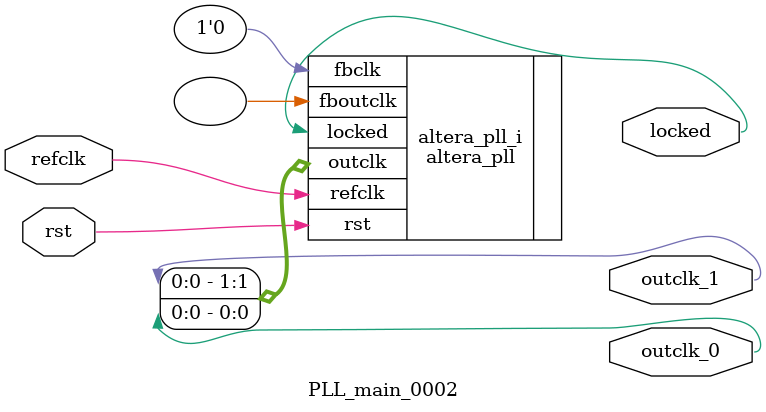
<source format=v>
`timescale 1ns/10ps
module  PLL_main_0002(

	// interface 'refclk'
	input wire refclk,

	// interface 'reset'
	input wire rst,

	// interface 'outclk0'
	output wire outclk_0,

	// interface 'outclk1'
	output wire outclk_1,

	// interface 'locked'
	output wire locked
);

	altera_pll #(
		.fractional_vco_multiplier("false"),
		.reference_clock_frequency("50.0 MHz"),
		.pll_fractional_cout(32),
		.pll_dsm_out_sel("1st_order"),
		.operation_mode("direct"),
		.number_of_clocks(2),
		.output_clock_frequency0("15.000000 MHz"),
		.phase_shift0("0 ps"),
		.duty_cycle0(50),
		.output_clock_frequency1("12.000000 MHz"),
		.phase_shift1("0 ps"),
		.duty_cycle1(50),
		.output_clock_frequency2("0 MHz"),
		.phase_shift2("0 ps"),
		.duty_cycle2(50),
		.output_clock_frequency3("0 MHz"),
		.phase_shift3("0 ps"),
		.duty_cycle3(50),
		.output_clock_frequency4("0 MHz"),
		.phase_shift4("0 ps"),
		.duty_cycle4(50),
		.output_clock_frequency5("0 MHz"),
		.phase_shift5("0 ps"),
		.duty_cycle5(50),
		.output_clock_frequency6("0 MHz"),
		.phase_shift6("0 ps"),
		.duty_cycle6(50),
		.output_clock_frequency7("0 MHz"),
		.phase_shift7("0 ps"),
		.duty_cycle7(50),
		.output_clock_frequency8("0 MHz"),
		.phase_shift8("0 ps"),
		.duty_cycle8(50),
		.output_clock_frequency9("0 MHz"),
		.phase_shift9("0 ps"),
		.duty_cycle9(50),
		.output_clock_frequency10("0 MHz"),
		.phase_shift10("0 ps"),
		.duty_cycle10(50),
		.output_clock_frequency11("0 MHz"),
		.phase_shift11("0 ps"),
		.duty_cycle11(50),
		.output_clock_frequency12("0 MHz"),
		.phase_shift12("0 ps"),
		.duty_cycle12(50),
		.output_clock_frequency13("0 MHz"),
		.phase_shift13("0 ps"),
		.duty_cycle13(50),
		.output_clock_frequency14("0 MHz"),
		.phase_shift14("0 ps"),
		.duty_cycle14(50),
		.output_clock_frequency15("0 MHz"),
		.phase_shift15("0 ps"),
		.duty_cycle15(50),
		.output_clock_frequency16("0 MHz"),
		.phase_shift16("0 ps"),
		.duty_cycle16(50),
		.output_clock_frequency17("0 MHz"),
		.phase_shift17("0 ps"),
		.duty_cycle17(50),
		.pll_type("Cyclone V"),
		.pll_subtype("General"),
		.m_cnt_hi_div(3),
		.m_cnt_lo_div(3),
		.n_cnt_hi_div(256),
		.n_cnt_lo_div(256),
		.m_cnt_bypass_en("false"),
		.n_cnt_bypass_en("true"),
		.m_cnt_odd_div_duty_en("false"),
		.n_cnt_odd_div_duty_en("false"),
		.c_cnt_hi_div0(10),
		.c_cnt_lo_div0(10),
		.c_cnt_prst0(1),
		.c_cnt_ph_mux_prst0(0),
		.c_cnt_in_src0("ph_mux_clk"),
		.c_cnt_bypass_en0("false"),
		.c_cnt_odd_div_duty_en0("false"),
		.c_cnt_hi_div1(13),
		.c_cnt_lo_div1(12),
		.c_cnt_prst1(1),
		.c_cnt_ph_mux_prst1(0),
		.c_cnt_in_src1("ph_mux_clk"),
		.c_cnt_bypass_en1("false"),
		.c_cnt_odd_div_duty_en1("true"),
		.c_cnt_hi_div2(1),
		.c_cnt_lo_div2(1),
		.c_cnt_prst2(1),
		.c_cnt_ph_mux_prst2(0),
		.c_cnt_in_src2("ph_mux_clk"),
		.c_cnt_bypass_en2("true"),
		.c_cnt_odd_div_duty_en2("false"),
		.c_cnt_hi_div3(1),
		.c_cnt_lo_div3(1),
		.c_cnt_prst3(1),
		.c_cnt_ph_mux_prst3(0),
		.c_cnt_in_src3("ph_mux_clk"),
		.c_cnt_bypass_en3("true"),
		.c_cnt_odd_div_duty_en3("false"),
		.c_cnt_hi_div4(1),
		.c_cnt_lo_div4(1),
		.c_cnt_prst4(1),
		.c_cnt_ph_mux_prst4(0),
		.c_cnt_in_src4("ph_mux_clk"),
		.c_cnt_bypass_en4("true"),
		.c_cnt_odd_div_duty_en4("false"),
		.c_cnt_hi_div5(1),
		.c_cnt_lo_div5(1),
		.c_cnt_prst5(1),
		.c_cnt_ph_mux_prst5(0),
		.c_cnt_in_src5("ph_mux_clk"),
		.c_cnt_bypass_en5("true"),
		.c_cnt_odd_div_duty_en5("false"),
		.c_cnt_hi_div6(1),
		.c_cnt_lo_div6(1),
		.c_cnt_prst6(1),
		.c_cnt_ph_mux_prst6(0),
		.c_cnt_in_src6("ph_mux_clk"),
		.c_cnt_bypass_en6("true"),
		.c_cnt_odd_div_duty_en6("false"),
		.c_cnt_hi_div7(1),
		.c_cnt_lo_div7(1),
		.c_cnt_prst7(1),
		.c_cnt_ph_mux_prst7(0),
		.c_cnt_in_src7("ph_mux_clk"),
		.c_cnt_bypass_en7("true"),
		.c_cnt_odd_div_duty_en7("false"),
		.c_cnt_hi_div8(1),
		.c_cnt_lo_div8(1),
		.c_cnt_prst8(1),
		.c_cnt_ph_mux_prst8(0),
		.c_cnt_in_src8("ph_mux_clk"),
		.c_cnt_bypass_en8("true"),
		.c_cnt_odd_div_duty_en8("false"),
		.c_cnt_hi_div9(1),
		.c_cnt_lo_div9(1),
		.c_cnt_prst9(1),
		.c_cnt_ph_mux_prst9(0),
		.c_cnt_in_src9("ph_mux_clk"),
		.c_cnt_bypass_en9("true"),
		.c_cnt_odd_div_duty_en9("false"),
		.c_cnt_hi_div10(1),
		.c_cnt_lo_div10(1),
		.c_cnt_prst10(1),
		.c_cnt_ph_mux_prst10(0),
		.c_cnt_in_src10("ph_mux_clk"),
		.c_cnt_bypass_en10("true"),
		.c_cnt_odd_div_duty_en10("false"),
		.c_cnt_hi_div11(1),
		.c_cnt_lo_div11(1),
		.c_cnt_prst11(1),
		.c_cnt_ph_mux_prst11(0),
		.c_cnt_in_src11("ph_mux_clk"),
		.c_cnt_bypass_en11("true"),
		.c_cnt_odd_div_duty_en11("false"),
		.c_cnt_hi_div12(1),
		.c_cnt_lo_div12(1),
		.c_cnt_prst12(1),
		.c_cnt_ph_mux_prst12(0),
		.c_cnt_in_src12("ph_mux_clk"),
		.c_cnt_bypass_en12("true"),
		.c_cnt_odd_div_duty_en12("false"),
		.c_cnt_hi_div13(1),
		.c_cnt_lo_div13(1),
		.c_cnt_prst13(1),
		.c_cnt_ph_mux_prst13(0),
		.c_cnt_in_src13("ph_mux_clk"),
		.c_cnt_bypass_en13("true"),
		.c_cnt_odd_div_duty_en13("false"),
		.c_cnt_hi_div14(1),
		.c_cnt_lo_div14(1),
		.c_cnt_prst14(1),
		.c_cnt_ph_mux_prst14(0),
		.c_cnt_in_src14("ph_mux_clk"),
		.c_cnt_bypass_en14("true"),
		.c_cnt_odd_div_duty_en14("false"),
		.c_cnt_hi_div15(1),
		.c_cnt_lo_div15(1),
		.c_cnt_prst15(1),
		.c_cnt_ph_mux_prst15(0),
		.c_cnt_in_src15("ph_mux_clk"),
		.c_cnt_bypass_en15("true"),
		.c_cnt_odd_div_duty_en15("false"),
		.c_cnt_hi_div16(1),
		.c_cnt_lo_div16(1),
		.c_cnt_prst16(1),
		.c_cnt_ph_mux_prst16(0),
		.c_cnt_in_src16("ph_mux_clk"),
		.c_cnt_bypass_en16("true"),
		.c_cnt_odd_div_duty_en16("false"),
		.c_cnt_hi_div17(1),
		.c_cnt_lo_div17(1),
		.c_cnt_prst17(1),
		.c_cnt_ph_mux_prst17(0),
		.c_cnt_in_src17("ph_mux_clk"),
		.c_cnt_bypass_en17("true"),
		.c_cnt_odd_div_duty_en17("false"),
		.pll_vco_div(2),
		.pll_cp_current(20),
		.pll_bwctrl(2000),
		.pll_output_clk_frequency("300.0 MHz"),
		.pll_fractional_division("1"),
		.mimic_fbclk_type("none"),
		.pll_fbclk_mux_1("glb"),
		.pll_fbclk_mux_2("m_cnt"),
		.pll_m_cnt_in_src("ph_mux_clk"),
		.pll_slf_rst("false")
	) altera_pll_i (
		.rst	(rst),
		.outclk	({outclk_1, outclk_0}),
		.locked	(locked),
		.fboutclk	( ),
		.fbclk	(1'b0),
		.refclk	(refclk)
	);
endmodule


</source>
